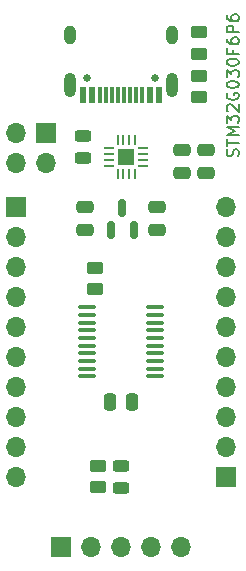
<source format=gbr>
%TF.GenerationSoftware,KiCad,Pcbnew,(6.0.4)*%
%TF.CreationDate,2022-06-11T16:48:39+08:00*%
%TF.ProjectId,G030F6P6_test,47303330-4636-4503-965f-746573742e6b,rev?*%
%TF.SameCoordinates,Original*%
%TF.FileFunction,Soldermask,Top*%
%TF.FilePolarity,Negative*%
%FSLAX46Y46*%
G04 Gerber Fmt 4.6, Leading zero omitted, Abs format (unit mm)*
G04 Created by KiCad (PCBNEW (6.0.4)) date 2022-06-11 16:48:39*
%MOMM*%
%LPD*%
G01*
G04 APERTURE LIST*
G04 Aperture macros list*
%AMRoundRect*
0 Rectangle with rounded corners*
0 $1 Rounding radius*
0 $2 $3 $4 $5 $6 $7 $8 $9 X,Y pos of 4 corners*
0 Add a 4 corners polygon primitive as box body*
4,1,4,$2,$3,$4,$5,$6,$7,$8,$9,$2,$3,0*
0 Add four circle primitives for the rounded corners*
1,1,$1+$1,$2,$3*
1,1,$1+$1,$4,$5*
1,1,$1+$1,$6,$7*
1,1,$1+$1,$8,$9*
0 Add four rect primitives between the rounded corners*
20,1,$1+$1,$2,$3,$4,$5,0*
20,1,$1+$1,$4,$5,$6,$7,0*
20,1,$1+$1,$6,$7,$8,$9,0*
20,1,$1+$1,$8,$9,$2,$3,0*%
G04 Aperture macros list end*
%ADD10C,0.200000*%
%ADD11R,1.700000X1.700000*%
%ADD12O,1.700000X1.700000*%
%ADD13RoundRect,0.243750X0.456250X-0.243750X0.456250X0.243750X-0.456250X0.243750X-0.456250X-0.243750X0*%
%ADD14RoundRect,0.243750X-0.456250X0.243750X-0.456250X-0.243750X0.456250X-0.243750X0.456250X0.243750X0*%
%ADD15RoundRect,0.250000X0.450000X-0.262500X0.450000X0.262500X-0.450000X0.262500X-0.450000X-0.262500X0*%
%ADD16RoundRect,0.250000X-0.450000X0.262500X-0.450000X-0.262500X0.450000X-0.262500X0.450000X0.262500X0*%
%ADD17RoundRect,0.150000X0.150000X-0.587500X0.150000X0.587500X-0.150000X0.587500X-0.150000X-0.587500X0*%
%ADD18RoundRect,0.250000X-0.475000X0.250000X-0.475000X-0.250000X0.475000X-0.250000X0.475000X0.250000X0*%
%ADD19RoundRect,0.062500X0.375000X0.062500X-0.375000X0.062500X-0.375000X-0.062500X0.375000X-0.062500X0*%
%ADD20RoundRect,0.062500X0.062500X0.375000X-0.062500X0.375000X-0.062500X-0.375000X0.062500X-0.375000X0*%
%ADD21R,1.450000X1.450000*%
%ADD22C,0.650000*%
%ADD23R,0.600000X1.450000*%
%ADD24R,0.300000X1.450000*%
%ADD25O,1.000000X1.600000*%
%ADD26O,1.000000X2.100000*%
%ADD27RoundRect,0.100000X-0.637500X-0.100000X0.637500X-0.100000X0.637500X0.100000X-0.637500X0.100000X0*%
%ADD28RoundRect,0.250000X0.250000X0.475000X-0.250000X0.475000X-0.250000X-0.475000X0.250000X-0.475000X0*%
G04 APERTURE END LIST*
D10*
X140739761Y-69373000D02*
X140787380Y-69230142D01*
X140787380Y-68992047D01*
X140739761Y-68896809D01*
X140692142Y-68849190D01*
X140596904Y-68801571D01*
X140501666Y-68801571D01*
X140406428Y-68849190D01*
X140358809Y-68896809D01*
X140311190Y-68992047D01*
X140263571Y-69182523D01*
X140215952Y-69277761D01*
X140168333Y-69325380D01*
X140073095Y-69373000D01*
X139977857Y-69373000D01*
X139882619Y-69325380D01*
X139835000Y-69277761D01*
X139787380Y-69182523D01*
X139787380Y-68944428D01*
X139835000Y-68801571D01*
X139787380Y-68515857D02*
X139787380Y-67944428D01*
X140787380Y-68230142D02*
X139787380Y-68230142D01*
X140787380Y-67611095D02*
X139787380Y-67611095D01*
X140501666Y-67277761D01*
X139787380Y-66944428D01*
X140787380Y-66944428D01*
X139787380Y-66563476D02*
X139787380Y-65944428D01*
X140168333Y-66277761D01*
X140168333Y-66134904D01*
X140215952Y-66039666D01*
X140263571Y-65992047D01*
X140358809Y-65944428D01*
X140596904Y-65944428D01*
X140692142Y-65992047D01*
X140739761Y-66039666D01*
X140787380Y-66134904D01*
X140787380Y-66420619D01*
X140739761Y-66515857D01*
X140692142Y-66563476D01*
X139882619Y-65563476D02*
X139835000Y-65515857D01*
X139787380Y-65420619D01*
X139787380Y-65182523D01*
X139835000Y-65087285D01*
X139882619Y-65039666D01*
X139977857Y-64992047D01*
X140073095Y-64992047D01*
X140215952Y-65039666D01*
X140787380Y-65611095D01*
X140787380Y-64992047D01*
X139835000Y-64039666D02*
X139787380Y-64134904D01*
X139787380Y-64277761D01*
X139835000Y-64420619D01*
X139930238Y-64515857D01*
X140025476Y-64563476D01*
X140215952Y-64611095D01*
X140358809Y-64611095D01*
X140549285Y-64563476D01*
X140644523Y-64515857D01*
X140739761Y-64420619D01*
X140787380Y-64277761D01*
X140787380Y-64182523D01*
X140739761Y-64039666D01*
X140692142Y-63992047D01*
X140358809Y-63992047D01*
X140358809Y-64182523D01*
X139787380Y-63373000D02*
X139787380Y-63277761D01*
X139835000Y-63182523D01*
X139882619Y-63134904D01*
X139977857Y-63087285D01*
X140168333Y-63039666D01*
X140406428Y-63039666D01*
X140596904Y-63087285D01*
X140692142Y-63134904D01*
X140739761Y-63182523D01*
X140787380Y-63277761D01*
X140787380Y-63373000D01*
X140739761Y-63468238D01*
X140692142Y-63515857D01*
X140596904Y-63563476D01*
X140406428Y-63611095D01*
X140168333Y-63611095D01*
X139977857Y-63563476D01*
X139882619Y-63515857D01*
X139835000Y-63468238D01*
X139787380Y-63373000D01*
X139787380Y-62706333D02*
X139787380Y-62087285D01*
X140168333Y-62420619D01*
X140168333Y-62277761D01*
X140215952Y-62182523D01*
X140263571Y-62134904D01*
X140358809Y-62087285D01*
X140596904Y-62087285D01*
X140692142Y-62134904D01*
X140739761Y-62182523D01*
X140787380Y-62277761D01*
X140787380Y-62563476D01*
X140739761Y-62658714D01*
X140692142Y-62706333D01*
X139787380Y-61468238D02*
X139787380Y-61373000D01*
X139835000Y-61277761D01*
X139882619Y-61230142D01*
X139977857Y-61182523D01*
X140168333Y-61134904D01*
X140406428Y-61134904D01*
X140596904Y-61182523D01*
X140692142Y-61230142D01*
X140739761Y-61277761D01*
X140787380Y-61373000D01*
X140787380Y-61468238D01*
X140739761Y-61563476D01*
X140692142Y-61611095D01*
X140596904Y-61658714D01*
X140406428Y-61706333D01*
X140168333Y-61706333D01*
X139977857Y-61658714D01*
X139882619Y-61611095D01*
X139835000Y-61563476D01*
X139787380Y-61468238D01*
X140263571Y-60373000D02*
X140263571Y-60706333D01*
X140787380Y-60706333D02*
X139787380Y-60706333D01*
X139787380Y-60230142D01*
X139787380Y-59420619D02*
X139787380Y-59611095D01*
X139835000Y-59706333D01*
X139882619Y-59753952D01*
X140025476Y-59849190D01*
X140215952Y-59896809D01*
X140596904Y-59896809D01*
X140692142Y-59849190D01*
X140739761Y-59801571D01*
X140787380Y-59706333D01*
X140787380Y-59515857D01*
X140739761Y-59420619D01*
X140692142Y-59373000D01*
X140596904Y-59325380D01*
X140358809Y-59325380D01*
X140263571Y-59373000D01*
X140215952Y-59420619D01*
X140168333Y-59515857D01*
X140168333Y-59706333D01*
X140215952Y-59801571D01*
X140263571Y-59849190D01*
X140358809Y-59896809D01*
X140787380Y-58896809D02*
X139787380Y-58896809D01*
X139787380Y-58515857D01*
X139835000Y-58420619D01*
X139882619Y-58373000D01*
X139977857Y-58325380D01*
X140120714Y-58325380D01*
X140215952Y-58373000D01*
X140263571Y-58420619D01*
X140311190Y-58515857D01*
X140311190Y-58896809D01*
X139787380Y-57468238D02*
X139787380Y-57658714D01*
X139835000Y-57753952D01*
X139882619Y-57801571D01*
X140025476Y-57896809D01*
X140215952Y-57944428D01*
X140596904Y-57944428D01*
X140692142Y-57896809D01*
X140739761Y-57849190D01*
X140787380Y-57753952D01*
X140787380Y-57563476D01*
X140739761Y-57468238D01*
X140692142Y-57420619D01*
X140596904Y-57373000D01*
X140358809Y-57373000D01*
X140263571Y-57420619D01*
X140215952Y-57468238D01*
X140168333Y-57563476D01*
X140168333Y-57753952D01*
X140215952Y-57849190D01*
X140263571Y-57896809D01*
X140358809Y-57944428D01*
D11*
%TO.C,J4*%
X124460000Y-67437000D03*
D12*
X121920000Y-67437000D03*
X124460000Y-69977000D03*
X121920000Y-69977000D03*
%TD*%
D13*
%TO.C,D1*%
X130805000Y-97457500D03*
X130805000Y-95582500D03*
%TD*%
D14*
%TO.C,F1*%
X127635000Y-67642500D03*
X127635000Y-69517500D03*
%TD*%
D15*
%TO.C,R1*%
X128651000Y-80668500D03*
X128651000Y-78843500D03*
%TD*%
%TO.C,R3*%
X137414000Y-64412500D03*
X137414000Y-62587500D03*
%TD*%
D11*
%TO.C,J2*%
X139700000Y-96520000D03*
D12*
X139700000Y-93980000D03*
X139700000Y-91440000D03*
X139700000Y-88900000D03*
X139700000Y-86360000D03*
X139700000Y-83820000D03*
X139700000Y-81280000D03*
X139700000Y-78740000D03*
X139700000Y-76200000D03*
X139700000Y-73660000D03*
%TD*%
D16*
%TO.C,R4*%
X128900000Y-95607500D03*
X128900000Y-97432500D03*
%TD*%
D17*
%TO.C,U3*%
X129987000Y-75613500D03*
X131887000Y-75613500D03*
X130937000Y-73738500D03*
%TD*%
D18*
%TO.C,C1*%
X136017000Y-68900000D03*
X136017000Y-70800000D03*
%TD*%
D19*
%TO.C,U1*%
X132715000Y-70215000D03*
X132715000Y-69715000D03*
X132715000Y-69215000D03*
X132715000Y-68715000D03*
D20*
X132027500Y-68027500D03*
X131527500Y-68027500D03*
X131027500Y-68027500D03*
X130527500Y-68027500D03*
D19*
X129840000Y-68715000D03*
X129840000Y-69215000D03*
X129840000Y-69715000D03*
X129840000Y-70215000D03*
D20*
X130527500Y-70902500D03*
X131027500Y-70902500D03*
X131527500Y-70902500D03*
X132027500Y-70902500D03*
D21*
X131277500Y-69465000D03*
%TD*%
D22*
%TO.C,J3*%
X133700000Y-62798000D03*
X127920000Y-62798000D03*
D23*
X134060000Y-64243000D03*
X133260000Y-64243000D03*
D24*
X132060000Y-64243000D03*
X131060000Y-64243000D03*
X130560000Y-64243000D03*
X129560000Y-64243000D03*
D23*
X128360000Y-64243000D03*
X127560000Y-64243000D03*
X127560000Y-64243000D03*
X128360000Y-64243000D03*
D24*
X129060000Y-64243000D03*
X130060000Y-64243000D03*
X131560000Y-64243000D03*
X132560000Y-64243000D03*
D23*
X133260000Y-64243000D03*
X134060000Y-64243000D03*
D25*
X135130000Y-59148000D03*
X126490000Y-59148000D03*
D26*
X135130000Y-63328000D03*
X126490000Y-63328000D03*
%TD*%
D18*
%TO.C,C2*%
X138049000Y-68900000D03*
X138049000Y-70800000D03*
%TD*%
%TO.C,C5*%
X133858000Y-73726000D03*
X133858000Y-75626000D03*
%TD*%
D11*
%TO.C,J1*%
X121920000Y-73660000D03*
D12*
X121920000Y-76200000D03*
X121920000Y-78740000D03*
X121920000Y-81280000D03*
X121920000Y-83820000D03*
X121920000Y-86360000D03*
X121920000Y-88900000D03*
X121920000Y-91440000D03*
X121920000Y-93980000D03*
X121920000Y-96520000D03*
%TD*%
D27*
%TO.C,U2*%
X127947500Y-82165000D03*
X127947500Y-82815000D03*
X127947500Y-83465000D03*
X127947500Y-84115000D03*
X127947500Y-84765000D03*
X127947500Y-85415000D03*
X127947500Y-86065000D03*
X127947500Y-86715000D03*
X127947500Y-87365000D03*
X127947500Y-88015000D03*
X133672500Y-88015000D03*
X133672500Y-87365000D03*
X133672500Y-86715000D03*
X133672500Y-86065000D03*
X133672500Y-85415000D03*
X133672500Y-84765000D03*
X133672500Y-84115000D03*
X133672500Y-83465000D03*
X133672500Y-82815000D03*
X133672500Y-82165000D03*
%TD*%
D18*
%TO.C,C4*%
X127762000Y-73726000D03*
X127762000Y-75626000D03*
%TD*%
D28*
%TO.C,C3*%
X131760000Y-90170000D03*
X129860000Y-90170000D03*
%TD*%
D11*
%TO.C,J5*%
X125730000Y-102500000D03*
D12*
X128270000Y-102500000D03*
X130810000Y-102500000D03*
X133350000Y-102500000D03*
X135890000Y-102500000D03*
%TD*%
D16*
%TO.C,R2*%
X137414000Y-58904500D03*
X137414000Y-60729500D03*
%TD*%
M02*

</source>
